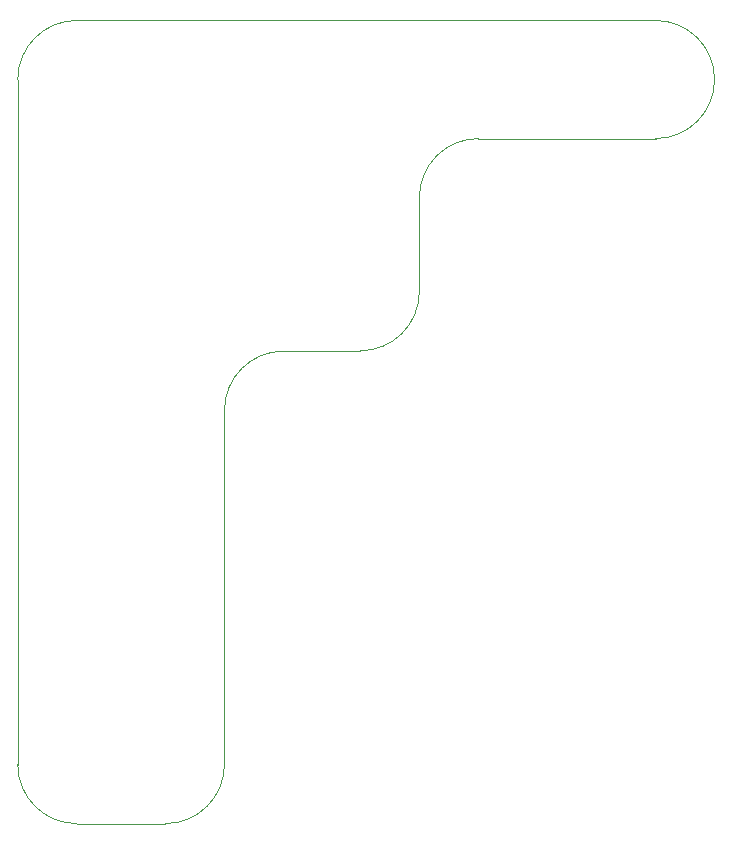
<source format=gbr>
%TF.GenerationSoftware,KiCad,Pcbnew,9.0.0*%
%TF.CreationDate,2025-03-13T15:17:37+10:00*%
%TF.ProjectId,Version 1,56657273-696f-46e2-9031-2e6b69636164,rev?*%
%TF.SameCoordinates,Original*%
%TF.FileFunction,Profile,NP*%
%FSLAX46Y46*%
G04 Gerber Fmt 4.6, Leading zero omitted, Abs format (unit mm)*
G04 Created by KiCad (PCBNEW 9.0.0) date 2025-03-13 15:17:37*
%MOMM*%
%LPD*%
G01*
G04 APERTURE LIST*
%TA.AperFunction,Profile*%
%ADD10C,0.050000*%
%TD*%
G04 APERTURE END LIST*
D10*
X32500000Y-48000000D02*
G75*
G02*
X37500000Y-43000000I5000000J0D01*
G01*
X49000000Y-30000000D02*
X49000000Y-37964470D01*
X15000000Y-20000000D02*
G75*
G02*
X20000000Y-15000000I5000000J0D01*
G01*
X49000000Y-37964470D02*
G75*
G02*
X44000000Y-42964460I-5000000J10D01*
G01*
X32500000Y-78000000D02*
X32500000Y-48000000D01*
X20000000Y-83000000D02*
G75*
G02*
X15000000Y-78000000I0J5000000D01*
G01*
X32500000Y-78000000D02*
G75*
G02*
X27500000Y-83000000I-5000000J0D01*
G01*
X49000000Y-30000000D02*
G75*
G02*
X54000000Y-25000000I5000000J0D01*
G01*
X44000000Y-42964470D02*
X37500000Y-43000000D01*
X15000000Y-20000000D02*
X15000000Y-78000000D01*
X69000000Y-15000000D02*
G75*
G02*
X69000000Y-25000000I0J-5000000D01*
G01*
X69000000Y-25000000D02*
X54000000Y-25000000D01*
X20000000Y-83000000D02*
X27500000Y-83000000D01*
X20000000Y-15000000D02*
X69000000Y-15000000D01*
M02*

</source>
